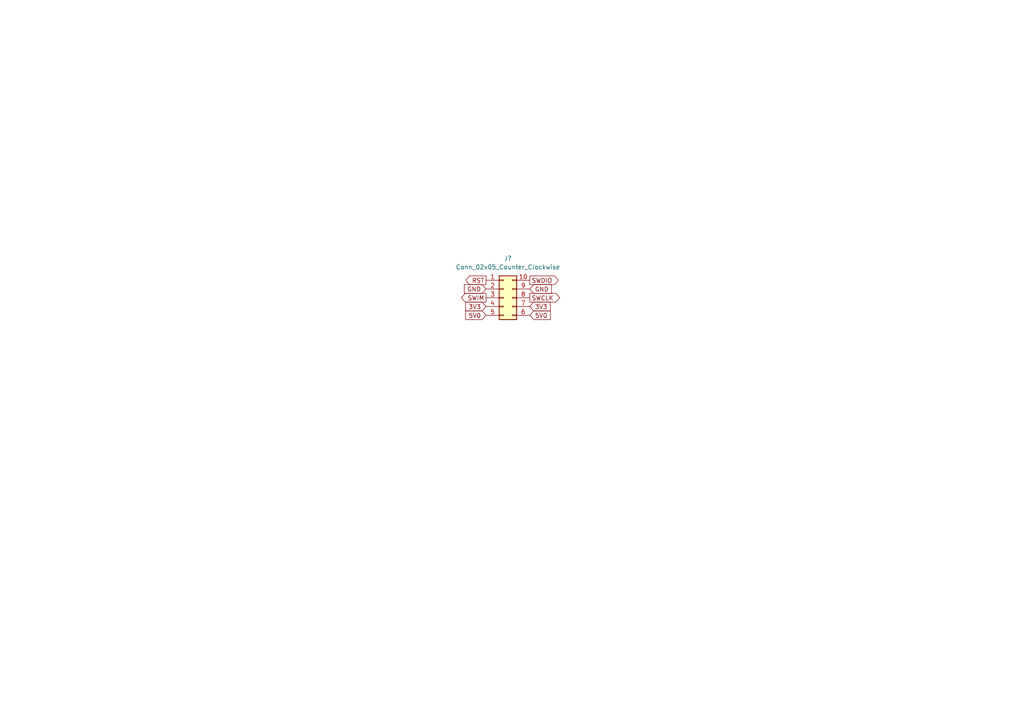
<source format=kicad_sch>
(kicad_sch (version 20211123) (generator eeschema)
  (paper "A4")
  (lib_symbols
    (symbol "Connector_Generic:Conn_02x05_Counter_Clockwise" (pin_names (offset 1.016) hide)
      (property "Reference" "J" (at 1.27 7.62 0))
      (property "Value" "Conn_02x05_Counter_Clockwise" (at 1.27 -7.62 0))
      (symbol "Conn_02x05_Counter_Clockwise_1_1"
        (rectangle (start -1.27 -4.953) (end 0 -5.207) (stroke (width 0.1524)))
        (rectangle (start -1.27 -2.413) (end 0 -2.667) (stroke (width 0.1524)))
        (rectangle (start -1.27 0.127) (end 0 -0.127) (stroke (width 0.1524)))
        (rectangle (start -1.27 2.667) (end 0 2.413) (stroke (width 0.1524)))
        (rectangle (start -1.27 5.207) (end 0 4.953) (stroke (width 0.1524)))
        (rectangle (start -1.27 6.35) (end 3.81 -6.35) (stroke (width 0.254)) (fill (type background)))
        (rectangle (start 3.81 -4.953) (end 2.54 -5.207) (stroke (width 0.1524)))
        (rectangle (start 3.81 -2.413) (end 2.54 -2.667) (stroke (width 0.1524)))
        (rectangle (start 3.81 0.127) (end 2.54 -0.127) (stroke (width 0.1524)))
        (rectangle (start 3.81 2.667) (end 2.54 2.413) (stroke (width 0.1524)))
        (rectangle (start 3.81 5.207) (end 2.54 4.953) (stroke (width 0.1524)))
        (pin passive line (at -5.08 5.08 0) (length 3.81) (name "Pin_1") (number "1"))
        (pin passive line (at 7.62 5.08 180) (length 3.81) (name "Pin_10") (number "10"))
        (pin passive line (at -5.08 2.54 0) (length 3.81) (name "Pin_2") (number "2"))
        (pin passive line (at -5.08 0 0) (length 3.81) (name "Pin_3") (number "3"))
        (pin passive line (at -5.08 -2.54 0) (length 3.81) (name "Pin_4") (number "4"))
        (pin passive line (at -5.08 -5.08 0) (length 3.81) (name "Pin_5") (number "5"))
        (pin passive line (at 7.62 -5.08 180) (length 3.81) (name "Pin_6") (number "6"))
        (pin passive line (at 7.62 -2.54 180) (length 3.81) (name "Pin_7") (number "7"))
        (pin passive line (at 7.62 0 180) (length 3.81) (name "Pin_8") (number "8"))
        (pin passive line (at 7.62 2.54 180) (length 3.81) (name "Pin_9") (number "9"))
      )
    )
  )
  (global_label "5V0" (shape input) (at 153.67 91.44 0) (property "Intersheet References" "${INTERSHEET_REFS}" (effects hide)))
  (global_label "SWCLK" (shape output) (at 153.67 86.36 0) (property "Intersheet References" "${INTERSHEET_REFS}" (effects hide)))
  (global_label "SWDIO" (shape output) (at 153.67 81.28 0) (property "Intersheet References" "${INTERSHEET_REFS}" (effects hide)))
  (global_label "5V0" (shape input) (at 140.97 91.44 180) (property "Intersheet References" "${INTERSHEET_REFS}" (effects hide)))
  (global_label "3V3" (shape input) (at 153.67 88.9 0) (property "Intersheet References" "${INTERSHEET_REFS}" (effects hide)))
  (global_label "GND" (shape input) (at 140.97 83.82 180) (property "Intersheet References" "${INTERSHEET_REFS}" (effects hide)))
  (global_label "GND" (shape input) (at 153.67 83.82 0) (property "Intersheet References" "${INTERSHEET_REFS}" (effects hide)))
  (global_label "SWIM" (shape output) (at 140.97 86.36 180) (property "Intersheet References" "${INTERSHEET_REFS}" (effects hide)))
  (global_label "RST" (shape output) (at 140.97 81.28 180) (property "Intersheet References" "${INTERSHEET_REFS}" (effects hide)))
  (global_label "3V3" (shape input) (at 140.97 88.9 180) (property "Intersheet References" "${INTERSHEET_REFS}" (effects hide)))
  (symbol (lib_id "Connector_Generic:Conn_02x05_Counter_Clockwise") (at 146.05 86.36 0) (unit 1)
    (property "Reference" "J?" (at 147.32 74.93 0))
    (property "Value" "Conn_02x05_Counter_Clockwise" (at 147.32 77.47 0))
  )
)
</source>
